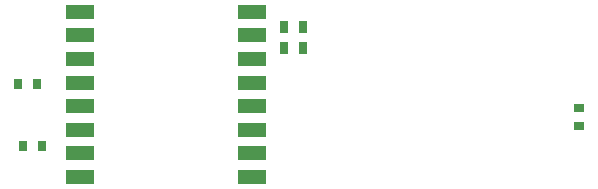
<source format=gbp>
G04*
G04 #@! TF.GenerationSoftware,Altium Limited,Altium Designer,20.2.4 (192)*
G04*
G04 Layer_Color=128*
%FSLAX25Y25*%
%MOIN*%
G70*
G04*
G04 #@! TF.SameCoordinates,BCC0224D-A4D8-4B5A-B13F-649094BAA86A*
G04*
G04*
G04 #@! TF.FilePolarity,Positive*
G04*
G01*
G75*
%ADD28R,0.03000X0.03843*%
%ADD30R,0.02756X0.03543*%
%ADD39R,0.03543X0.02756*%
%ADD92R,0.09449X0.04921*%
D28*
X102009Y74803D02*
D03*
X95628D02*
D03*
X102009Y67716D02*
D03*
X95628D02*
D03*
D30*
X8721Y35154D02*
D03*
X14902D02*
D03*
X13327Y55837D02*
D03*
X7146D02*
D03*
D39*
X193996Y47934D02*
D03*
Y41753D02*
D03*
D92*
X27697Y24803D02*
D03*
Y32677D02*
D03*
Y40551D02*
D03*
Y48425D02*
D03*
Y56299D02*
D03*
Y64173D02*
D03*
Y72047D02*
D03*
Y79921D02*
D03*
X85177Y24803D02*
D03*
Y32677D02*
D03*
Y40551D02*
D03*
Y48425D02*
D03*
Y56299D02*
D03*
Y64173D02*
D03*
Y72047D02*
D03*
Y79921D02*
D03*
M02*

</source>
